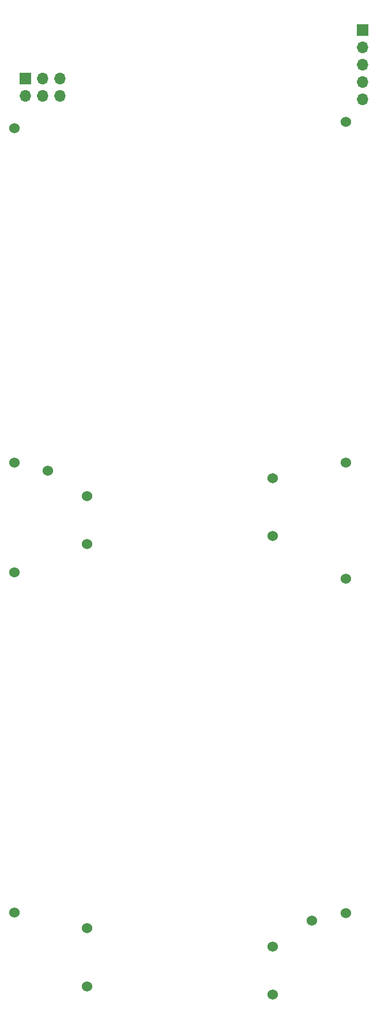
<source format=gbr>
G04 #@! TF.GenerationSoftware,KiCad,Pcbnew,(6.0.2)*
G04 #@! TF.CreationDate,2022-04-25T21:38:28-07:00*
G04 #@! TF.ProjectId,i-fucking-love-fucking-you,692d6675-636b-4696-9e67-2d6c6f76652d,rev?*
G04 #@! TF.SameCoordinates,Original*
G04 #@! TF.FileFunction,Soldermask,Top*
G04 #@! TF.FilePolarity,Negative*
%FSLAX46Y46*%
G04 Gerber Fmt 4.6, Leading zero omitted, Abs format (unit mm)*
G04 Created by KiCad (PCBNEW (6.0.2)) date 2022-04-25 21:38:28*
%MOMM*%
%LPD*%
G01*
G04 APERTURE LIST*
%ADD10C,1.524000*%
%ADD11O,1.700000X1.700000*%
%ADD12R,1.700000X1.700000*%
G04 APERTURE END LIST*
D10*
G04 #@! TO.C,*
X145750000Y-82884717D03*
G04 #@! TD*
G04 #@! TO.C,*
X145750000Y-131884717D03*
G04 #@! TD*
G04 #@! TO.C,*
X194450000Y-131834717D03*
G04 #@! TD*
G04 #@! TO.C,*
X183750000Y-142634717D03*
G04 #@! TD*
G04 #@! TO.C,*
X156450000Y-136784717D03*
G04 #@! TD*
G04 #@! TO.C,*
X150700000Y-133084717D03*
G04 #@! TD*
G04 #@! TO.C,*
X156450000Y-143784717D03*
G04 #@! TD*
G04 #@! TO.C,*
X183750000Y-134134717D03*
G04 #@! TD*
G04 #@! TO.C,*
X194450000Y-81934717D03*
G04 #@! TD*
G04 #@! TO.C,*
X183750000Y-202834717D03*
G04 #@! TD*
G04 #@! TO.C,*
X183750000Y-209834717D03*
G04 #@! TD*
G04 #@! TO.C,*
X156450000Y-200134717D03*
G04 #@! TD*
G04 #@! TO.C,*
X145750000Y-197834717D03*
G04 #@! TD*
G04 #@! TO.C,*
X145750000Y-147934717D03*
G04 #@! TD*
D11*
G04 #@! TO.C,J2*
X196900000Y-78594717D03*
X196900000Y-76054717D03*
X196900000Y-73514717D03*
X196900000Y-70974717D03*
D12*
X196900000Y-68434717D03*
G04 #@! TD*
D10*
G04 #@! TO.C,*
X194450000Y-197934717D03*
G04 #@! TD*
G04 #@! TO.C,*
X189500000Y-199034717D03*
G04 #@! TD*
G04 #@! TO.C,*
X194450000Y-148934717D03*
G04 #@! TD*
G04 #@! TO.C,*
X156450000Y-208634717D03*
G04 #@! TD*
D12*
G04 #@! TO.C,J1*
X147360000Y-75594717D03*
D11*
X147360000Y-78134717D03*
X149900000Y-75594717D03*
X149900000Y-78134717D03*
X152440000Y-75594717D03*
X152440000Y-78134717D03*
G04 #@! TD*
M02*

</source>
